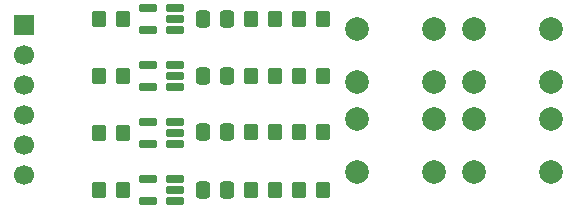
<source format=gbr>
%TF.GenerationSoftware,KiCad,Pcbnew,9.0.6-9.0.6~ubuntu24.04.1*%
%TF.CreationDate,2026-01-17T19:09:58-03:00*%
%TF.ProjectId,cotti_buttons,636f7474-695f-4627-9574-746f6e732e6b,0.0*%
%TF.SameCoordinates,Original*%
%TF.FileFunction,Soldermask,Top*%
%TF.FilePolarity,Negative*%
%FSLAX46Y46*%
G04 Gerber Fmt 4.6, Leading zero omitted, Abs format (unit mm)*
G04 Created by KiCad (PCBNEW 9.0.6-9.0.6~ubuntu24.04.1) date 2026-01-17 19:09:58*
%MOMM*%
%LPD*%
G01*
G04 APERTURE LIST*
G04 Aperture macros list*
%AMRoundRect*
0 Rectangle with rounded corners*
0 $1 Rounding radius*
0 $2 $3 $4 $5 $6 $7 $8 $9 X,Y pos of 4 corners*
0 Add a 4 corners polygon primitive as box body*
4,1,4,$2,$3,$4,$5,$6,$7,$8,$9,$2,$3,0*
0 Add four circle primitives for the rounded corners*
1,1,$1+$1,$2,$3*
1,1,$1+$1,$4,$5*
1,1,$1+$1,$6,$7*
1,1,$1+$1,$8,$9*
0 Add four rect primitives between the rounded corners*
20,1,$1+$1,$2,$3,$4,$5,0*
20,1,$1+$1,$4,$5,$6,$7,0*
20,1,$1+$1,$6,$7,$8,$9,0*
20,1,$1+$1,$8,$9,$2,$3,0*%
G04 Aperture macros list end*
%ADD10C,2.000000*%
%ADD11RoundRect,0.250000X-0.350000X-0.450000X0.350000X-0.450000X0.350000X0.450000X-0.350000X0.450000X0*%
%ADD12RoundRect,0.150000X0.650000X0.150000X-0.650000X0.150000X-0.650000X-0.150000X0.650000X-0.150000X0*%
%ADD13RoundRect,0.250000X0.350000X0.450000X-0.350000X0.450000X-0.350000X-0.450000X0.350000X-0.450000X0*%
%ADD14RoundRect,0.250000X0.337500X0.475000X-0.337500X0.475000X-0.337500X-0.475000X0.337500X-0.475000X0*%
%ADD15R,1.700000X1.700000*%
%ADD16C,1.700000*%
G04 APERTURE END LIST*
D10*
%TO.C,SW1*%
X159056000Y-105700000D03*
X165556000Y-105700000D03*
X159056000Y-110200000D03*
X165556000Y-110200000D03*
%TD*%
D11*
%TO.C,R1*%
X137176000Y-104902000D03*
X139176000Y-104902000D03*
%TD*%
%TO.C,R2*%
X137176000Y-109728000D03*
X139176000Y-109728000D03*
%TD*%
D10*
%TO.C,SW3*%
X159056000Y-113320000D03*
X165556000Y-113320000D03*
X159056000Y-117820000D03*
X165556000Y-117820000D03*
%TD*%
D12*
%TO.C,U3*%
X143644000Y-115504000D03*
X143644000Y-114554000D03*
X143644000Y-113604000D03*
X141344000Y-113604000D03*
X141344000Y-115504000D03*
%TD*%
%TO.C,U1*%
X143644000Y-105852000D03*
X143644000Y-104902000D03*
X143644000Y-103952000D03*
X141344000Y-103952000D03*
X141344000Y-105852000D03*
%TD*%
D13*
%TO.C,R12*%
X152078000Y-119380000D03*
X150078000Y-119380000D03*
%TD*%
D11*
%TO.C,R3*%
X137176000Y-114554000D03*
X139176000Y-114554000D03*
%TD*%
D13*
%TO.C,R5*%
X156142000Y-104902000D03*
X154142000Y-104902000D03*
%TD*%
%TO.C,R6*%
X152078000Y-104902000D03*
X150078000Y-104902000D03*
%TD*%
D10*
%TO.C,SW2*%
X168962000Y-105700000D03*
X175462000Y-105700000D03*
X168962000Y-110200000D03*
X175462000Y-110200000D03*
%TD*%
D11*
%TO.C,R4*%
X137176000Y-119380000D03*
X139176000Y-119380000D03*
%TD*%
D14*
%TO.C,C4*%
X148051500Y-119380000D03*
X145976500Y-119380000D03*
%TD*%
D13*
%TO.C,R8*%
X152078000Y-109728000D03*
X150078000Y-109728000D03*
%TD*%
D15*
%TO.C,J1*%
X130810000Y-105410000D03*
D16*
X130810000Y-107950000D03*
X130810000Y-110490000D03*
X130810000Y-113030000D03*
X130810000Y-115570000D03*
X130810000Y-118110000D03*
%TD*%
D14*
%TO.C,C1*%
X148051500Y-104902000D03*
X145976500Y-104902000D03*
%TD*%
%TO.C,C3*%
X148051500Y-114488000D03*
X145976500Y-114488000D03*
%TD*%
D13*
%TO.C,R11*%
X156142000Y-119380000D03*
X154142000Y-119380000D03*
%TD*%
D12*
%TO.C,U2*%
X143644000Y-110678000D03*
X143644000Y-109728000D03*
X143644000Y-108778000D03*
X141344000Y-108778000D03*
X141344000Y-110678000D03*
%TD*%
%TO.C,U4*%
X143644000Y-120330000D03*
X143644000Y-119380000D03*
X143644000Y-118430000D03*
X141344000Y-118430000D03*
X141344000Y-120330000D03*
%TD*%
D13*
%TO.C,R7*%
X156142000Y-109728000D03*
X154142000Y-109728000D03*
%TD*%
D10*
%TO.C,SW4*%
X168962000Y-113320000D03*
X175462000Y-113320000D03*
X168962000Y-117820000D03*
X175462000Y-117820000D03*
%TD*%
D13*
%TO.C,R9*%
X156142000Y-114488000D03*
X154142000Y-114488000D03*
%TD*%
%TO.C,R10*%
X152078000Y-114488000D03*
X150078000Y-114488000D03*
%TD*%
D14*
%TO.C,C2*%
X148051500Y-109728000D03*
X145976500Y-109728000D03*
%TD*%
M02*

</source>
